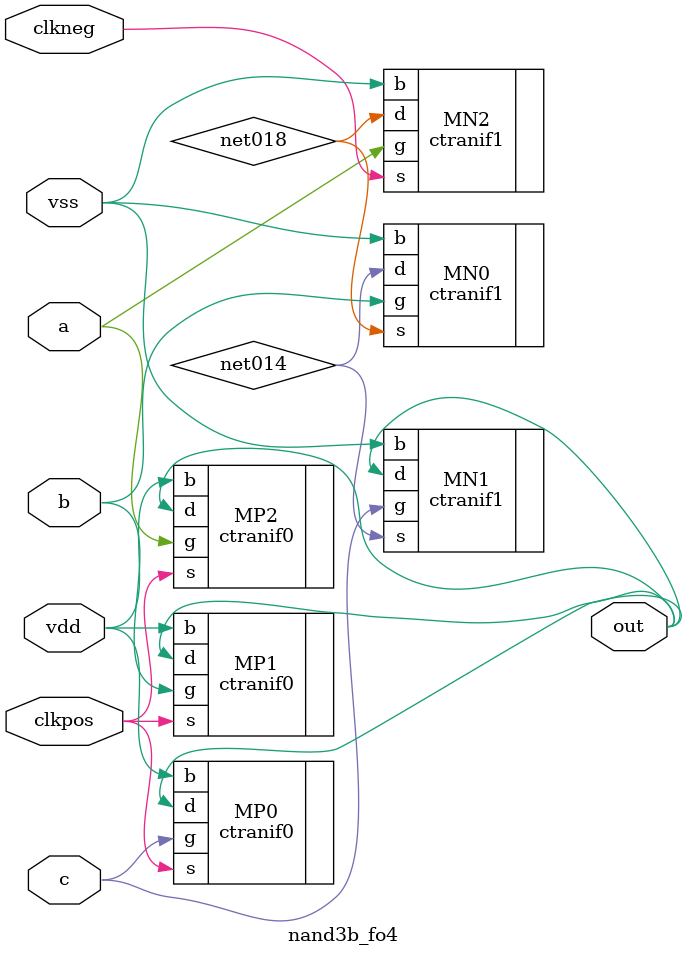
<source format=sv>

`timescale 1ns / 1ns 

module nand3b_fo4 ( out, a, b, c, clkneg, clkpos, vdd, vss );

output  out;

input  a, b, c, clkneg, clkpos, vdd, vss;


specify 
    specparam CDS_LIBNAME  = "MIPS25";
    specparam CDS_CELLNAME = "nand3b_fo4";
    specparam CDS_VIEWNAME = "schematic";
endspecify

ctranif1  MN2 ( .b(vss), .d(net018), .g(a), .s(clkneg));
ctranif1  MN0 ( .b(vss), .d(net014), .g(b), .s(net018));
ctranif1  MN1 ( .b(vss), .d(out), .g(c), .s(net014));
ctranif0  MP2 ( .b(vdd), .s(clkpos), .g(a), .d(out));
ctranif0  MP0 ( .b(vdd), .s(clkpos), .g(c), .d(out));
ctranif0  MP1 ( .b(vdd), .s(clkpos), .g(b), .d(out));

endmodule

</source>
